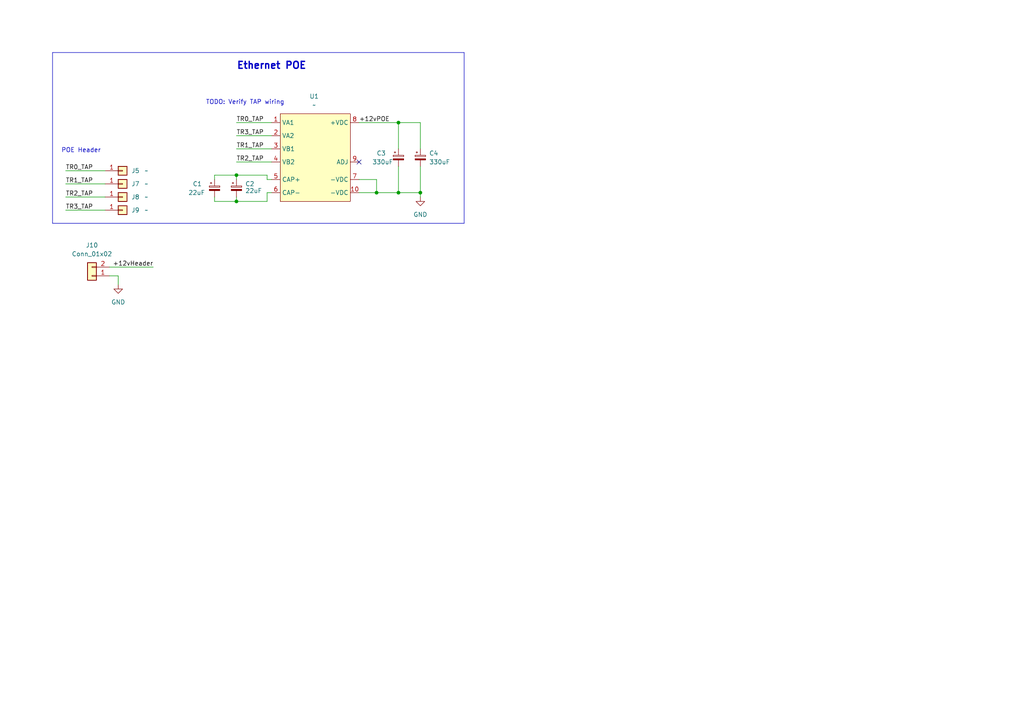
<source format=kicad_sch>
(kicad_sch (version 20211123) (generator eeschema)
  (paper "A4")
  (lib_symbols
    (symbol "Connector_Generic:Conn_01x01" (pin_names (offset 1.016) hide)
      (property "Reference" "J" (at 0 2.54 0))
      (property "Value" "Conn_01x01" (at 0 -2.54 0))
      (symbol "Conn_01x01_1_1"
        (rectangle (start -1.27 0.127) (end 0 -0.127) (stroke (width 0.1524)))
        (rectangle (start -1.27 1.27) (end 1.27 -1.27) (stroke (width 0.254)) (fill (type background)))
        (pin passive line (at -5.08 0 0) (length 3.81) (name "Pin_1") (number "1"))
      )
    )
    (symbol "Connector_Generic:Conn_01x02" (pin_names (offset 1.016) hide)
      (property "Reference" "J" (at 0 2.54 0))
      (property "Value" "Conn_01x02" (at 0 -5.08 0))
      (symbol "Conn_01x02_1_1"
        (rectangle (start -1.27 -2.413) (end 0 -2.667) (stroke (width 0.1524)))
        (rectangle (start -1.27 0.127) (end 0 -0.127) (stroke (width 0.1524)))
        (rectangle (start -1.27 1.27) (end 1.27 -3.81) (stroke (width 0.254)) (fill (type background)))
        (pin passive line (at -5.08 0 0) (length 3.81) (name "Pin_1") (number "1"))
        (pin passive line (at -5.08 -2.54 0) (length 3.81) (name "Pin_2") (number "2"))
      )
    )
    (symbol "Device:C_Polarized_Small" (pin_numbers hide) (pin_names (offset 0.254) hide)
      (property "Reference" "C" (at 0.254 1.778 0))
      (property "Value" "C_Polarized_Small" (at 0.254 -2.032 0))
      (symbol "C_Polarized_Small_0_1"
        (rectangle (start -1.524 -0.3048) (end 1.524 -0.6858) (fill (type outline)))
        (rectangle (start -1.524 0.6858) (end 1.524 0.3048))
        (polyline (pts (xy -1.27 1.524) (xy -0.762 1.524)))
        (polyline (pts (xy -1.016 1.27) (xy -1.016 1.778)))
      )
      (symbol "C_Polarized_Small_1_1"
        (pin passive line (at 0 2.54 270) (length 1.8542) (name "~") (number "1"))
        (pin passive line (at 0 -2.54 90) (length 1.8542) (name "~") (number "2"))
      )
    )
    (symbol "Teapot:RT5400"
      (property "Reference" "U" (at -0.635 -13.97 0))
      (property "Value" "RT5400" (at 5.08 -13.97 0))
      (symbol "RT5400_0_1"
        (rectangle (start -10.16 12.7) (end 10.16 -12.7) (fill (type background)))
      )
      (symbol "RT5400_1_1"
        (pin power_in line (at -12.7 10.16 0) (length 2.54) (name "VA1") (number "1"))
        (pin power_out line (at 12.7 -10.16 180) (length 2.54) (name "-VDC") (number "10"))
        (pin power_in line (at -12.7 6.35 0) (length 2.54) (name "VA2") (number "2"))
        (pin power_in line (at -12.7 2.54 0) (length 2.54) (name "VB1") (number "3"))
        (pin power_in line (at -12.7 -1.27 0) (length 2.54) (name "VB2") (number "4"))
        (pin power_in line (at -12.7 -6.35 0) (length 2.54) (name "CAP+") (number "5"))
        (pin power_in line (at -12.7 -10.16 0) (length 2.54) (name "CAP-") (number "6"))
        (pin power_out line (at 12.7 -6.35 180) (length 2.54) (name "-VDC") (number "7"))
        (pin power_out line (at 12.7 10.16 180) (length 2.54) (name "+VDC") (number "8"))
        (pin input line (at 12.7 -1.27 180) (length 2.54) (name "ADJ") (number "9"))
      )
    )
    (symbol "power:GND" (power) (pin_names (offset 0))
      (property "Value" "GND" (at 0 -3.81 0))
      (symbol "GND_0_1"
        (polyline (pts (xy 0 0) (xy 0 -1.27) (xy 1.27 -1.27) (xy 0 -2.54) (xy -1.27 -1.27) (xy 0 -1.27)))
      )
      (symbol "GND_1_1"
        (pin power_in line (at 0 0 270) (length 0) hide (name "GND") (number "1"))
      )
    )
  )
  (junction (at 68.58 58.42))
  (junction (at 121.92 55.88))
  (junction (at 115.57 35.56))
  (junction (at 68.58 50.8))
  (junction (at 115.57 55.88))
  (junction (at 109.22 55.88))
  (no_connect (at 104.14 46.99))
  (wire (pts (xy 109.22 55.88) (xy 115.57 55.88)))
  (wire (pts (xy 34.29 80.01) (xy 34.29 82.55)))
  (wire (pts (xy 30.48 60.96) (xy 19.05 60.96)))
  (polyline (pts (xy 134.62 15.24) (xy 134.62 64.77)) (stroke (width 0) (type solid)))
  (wire (pts (xy 30.48 57.15) (xy 19.05 57.15)))
  (wire (pts (xy 68.58 58.42) (xy 62.23 58.42)))
  (wire (pts (xy 68.58 43.18) (xy 78.74 43.18)))
  (wire (pts (xy 77.47 50.8) (xy 77.47 52.07)))
  (wire (pts (xy 19.05 49.53) (xy 30.48 49.53)))
  (wire (pts (xy 109.22 52.07) (xy 109.22 55.88)))
  (wire (pts (xy 19.05 53.34) (xy 30.48 53.34)))
  (wire (pts (xy 115.57 55.88) (xy 121.92 55.88)))
  (wire (pts (xy 121.92 55.88) (xy 121.92 57.15)))
  (wire (pts (xy 104.14 35.56) (xy 115.57 35.56)))
  (wire (pts (xy 115.57 35.56) (xy 121.92 35.56)))
  (wire (pts (xy 121.92 48.26) (xy 121.92 55.88)))
  (wire (pts (xy 31.75 77.47) (xy 44.45 77.47)))
  (wire (pts (xy 77.47 55.88) (xy 77.47 58.42)))
  (wire (pts (xy 62.23 50.8) (xy 68.58 50.8)))
  (wire (pts (xy 62.23 58.42) (xy 62.23 57.15)))
  (wire (pts (xy 77.47 58.42) (xy 68.58 58.42)))
  (wire (pts (xy 115.57 35.56) (xy 115.57 43.18)))
  (wire (pts (xy 115.57 48.26) (xy 115.57 55.88)))
  (wire (pts (xy 68.58 46.99) (xy 78.74 46.99)))
  (wire (pts (xy 121.92 35.56) (xy 121.92 43.18)))
  (wire (pts (xy 104.14 55.88) (xy 109.22 55.88)))
  (polyline (pts (xy 134.62 64.77) (xy 15.24 64.77)) (stroke (width 0) (type solid)))
  (wire (pts (xy 68.58 50.8) (xy 68.58 52.07)))
  (wire (pts (xy 78.74 55.88) (xy 77.47 55.88)))
  (wire (pts (xy 68.58 50.8) (xy 77.47 50.8)))
  (polyline (pts (xy 15.24 64.77) (xy 15.24 15.24)) (stroke (width 0) (type solid)))
  (wire (pts (xy 104.14 52.07) (xy 109.22 52.07)))
  (wire (pts (xy 31.75 80.01) (xy 34.29 80.01)))
  (wire (pts (xy 68.58 35.56) (xy 78.74 35.56)))
  (wire (pts (xy 68.58 57.15) (xy 68.58 58.42)))
  (wire (pts (xy 62.23 52.07) (xy 62.23 50.8)))
  (wire (pts (xy 77.47 52.07) (xy 78.74 52.07)))
  (wire (pts (xy 68.58 39.37) (xy 78.74 39.37)))
  (polyline (pts (xy 15.24 15.24) (xy 134.62 15.24)) (stroke (width 0) (type solid)))
  (text "POE Header" (at 17.78 44.45 0) (effects (font (size 1.27 1.27)) (justify left bottom)))
  (text "Ethernet POE" (at 68.58 20.32 0) (effects (font (size 2.0066 2.0066) (thickness 0.4013) bold) (justify left bottom)))
  (text "TODO: Verify TAP wiring" (at 59.69 30.48 0) (effects (font (size 1.27 1.27)) (justify left bottom)))
  (label "TR1_TAP" (at 19.05 53.34 0))
  (label "TR0_TAP" (at 68.58 35.56 0))
  (label "TR2_TAP" (at 19.05 57.15 0))
  (label "TR2_TAP" (at 68.58 46.99 0))
  (label "TR3_TAP" (at 19.05 60.96 0))
  (label "TR1_TAP" (at 68.58 43.18 0))
  (label "TR3_TAP" (at 68.58 39.37 0))
  (label "+12vHeader" (at 44.45 77.47 180))
  (label "TR0_TAP" (at 19.05 49.53 0))
  (label "+12vPOE" (at 104.14 35.56 0))
  (symbol (lib_id "power:GND") (at 34.29 82.55 0) (unit 1)
    (property "Reference" "#PWR0103" (effects hide))
    (property "Value" "GND" (at 34.29 87.63 0))
  )
  (symbol (lib_id "Teapot:RT5400") (at 91.44 45.72 0) (unit 1)
    (property "Reference" "U1" (at 91.1225 27.94 0))
    (property "Value" "~" (at 91.1225 30.48 0))
    (property "Footprint" "Teapot:RT5400" (effects hide))
  )
  (symbol (lib_id "Connector_Generic:Conn_01x01") (at 35.56 60.96 0) (unit 1)
    (property "Reference" "J9" (at 38.1 60.96 0) (effects (justify left)))
    (property "Value" "~" (at 41.91 60.96 0) (effects (justify left)))
    (property "Footprint" "Connector_Wire:SolderWire-0.5sqmm_1x01_D0.9mm_OD2.3mm" (effects hide))
  )
  (symbol (lib_id "Connector_Generic:Conn_01x01") (at 35.56 57.15 0) (unit 1)
    (property "Reference" "J8" (at 38.1 57.15 0) (effects (justify left)))
    (property "Value" "~" (at 41.91 57.15 0) (effects (justify left)))
    (property "Footprint" "Connector_Wire:SolderWire-0.5sqmm_1x01_D0.9mm_OD2.3mm" (effects hide))
  )
  (symbol (lib_id "Connector_Generic:Conn_01x01") (at 35.56 49.53 0) (unit 1)
    (property "Reference" "J5" (at 38.1 49.53 0) (effects (justify left)))
    (property "Value" "~" (at 41.91 49.53 0) (effects (justify left)))
    (property "Footprint" "Connector_Wire:SolderWire-0.5sqmm_1x01_D0.9mm_OD2.3mm" (effects hide))
  )
  (symbol (lib_id "Device:C_Polarized_Small") (at 115.57 45.72 0) (unit 1)
    (property "Reference" "C3" (at 109.22 44.45 0) (effects (justify left)))
    (property "Value" "330uF" (at 107.95 46.99 0) (effects (justify left)))
    (property "Footprint" "Capacitor_THT:CP_Radial_D8.0mm_P3.50mm" (effects hide))
    (property "Part Description" "Electrolytic Capacitor 330 µF 25 V 20%" (effects hide))
  )
  (symbol (lib_id "Connector_Generic:Conn_01x02") (at 26.67 80.01 180) (unit 1)
    (property "Reference" "J10" (at 26.67 71.12 0))
    (property "Value" "Conn_01x02" (at 26.67 73.66 0))
    (property "Footprint" "Teapot:Molex_Micro-Fit_3.0_43650-0200_1x02_P3.00mm_Horizontal" (effects hide))
  )
  (symbol (lib_id "Connector_Generic:Conn_01x01") (at 35.56 53.34 0) (unit 1)
    (property "Reference" "J7" (at 38.1 53.34 0) (effects (justify left)))
    (property "Value" "~" (at 41.91 53.34 0) (effects (justify left)))
    (property "Footprint" "Connector_Wire:SolderWire-0.5sqmm_1x01_D0.9mm_OD2.3mm" (effects hide))
  )
  (symbol (lib_id "power:GND") (at 121.92 57.15 0) (unit 1)
    (property "Reference" "#PWR0102" (effects hide))
    (property "Value" "GND" (at 121.92 62.23 0))
  )
  (symbol (lib_id "Device:C_Polarized_Small") (at 62.23 54.61 0) (unit 1)
    (property "Reference" "C1" (at 55.88 53.34 0) (effects (justify left)))
    (property "Value" "22uF" (at 54.61 55.88 0) (effects (justify left)))
    (property "Footprint" "Capacitor_THT:CP_Radial_D6.3mm_P2.50mm" (effects hide))
    (property "Part Description" "Electrolytic Capacitor 22 µF 100 V 20%" (effects hide))
  )
  (symbol (lib_id "Device:C_Polarized_Small") (at 121.92 45.72 0) (unit 1)
    (property "Reference" "C4" (at 124.46 44.45 0) (effects (justify left)))
    (property "Value" "330uF" (at 124.46 46.99 0) (effects (justify left)))
    (property "Footprint" "Capacitor_THT:CP_Radial_D8.0mm_P3.50mm" (effects hide))
    (property "Part Description" "Electrolytic Capacitor 330 µF 25 V 20%" (effects hide))
  )
  (symbol (lib_id "Device:C_Polarized_Small") (at 68.58 54.61 0) (unit 1)
    (property "Reference" "C2" (at 71.12 53.34 0) (effects (justify left)))
    (property "Value" "22uF" (at 71.12 55.3338 0) (effects (justify left)))
    (property "Footprint" "Capacitor_THT:CP_Radial_D6.3mm_P2.50mm" (effects hide))
    (property "Part Description" "Electrolytic Capacitor 22 µF 100 V 20%" (effects hide))
  )
)
</source>
